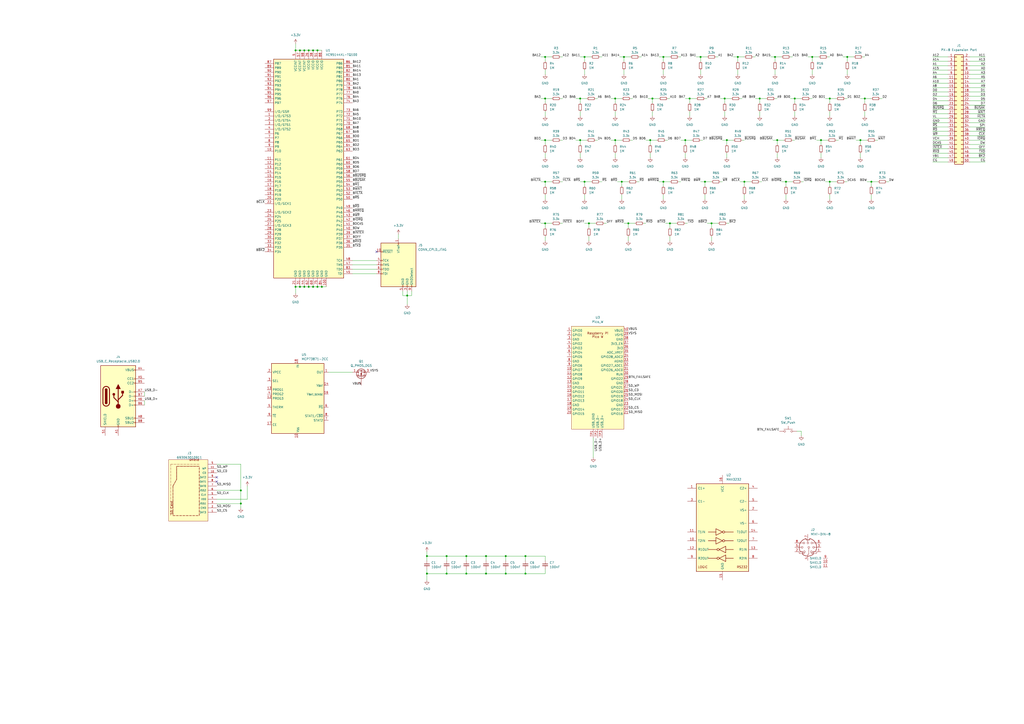
<source format=kicad_sch>
(kicad_sch (version 20230121) (generator eeschema)
  (paper "A2")
  (junction (at 316.23 105.41))
  (junction (at 364.49 129.54))
  (junction (at 406.4 33.02))
  (junction (at 356.87 57.15))
  (junction (at 461.01 57.15))
  (junction (at 176.53 29.21))
  (junction (at 501.65 57.15))
  (junction (at 361.95 33.02))
  (junction (at 181.61 29.21))
  (junction (at 341.63 129.54))
  (junction (at 184.15 29.21))
  (junction (at 176.53 166.37))
  (junction (at 171.45 166.37))
  (junction (at 491.49 33.02))
  (junction (at 481.33 105.41))
  (junction (at 476.25 81.28))
  (junction (at 427.99 33.02))
  (junction (at 440.69 57.15))
  (junction (at 281.94 322.58))
  (junction (at 316.23 33.02))
  (junction (at 139.7 292.1))
  (junction (at 247.65 332.74))
  (junction (at 293.37 322.58))
  (junction (at 139.7 284.48))
  (junction (at 339.09 33.02))
  (junction (at 449.58 33.02))
  (junction (at 421.64 81.28))
  (junction (at 471.17 33.02))
  (junction (at 455.93 105.41))
  (junction (at 505.46 105.41))
  (junction (at 360.68 105.41))
  (junction (at 481.33 57.15))
  (junction (at 420.37 57.15))
  (junction (at 397.51 81.28))
  (junction (at 179.07 166.37))
  (junction (at 179.07 29.21))
  (junction (at 259.08 322.58))
  (junction (at 304.8 322.58))
  (junction (at 384.81 105.41))
  (junction (at 336.55 81.28))
  (junction (at 181.61 166.37))
  (junction (at 400.05 57.15))
  (junction (at 408.94 105.41))
  (junction (at 259.08 332.74))
  (junction (at 377.19 81.28))
  (junction (at 293.37 332.74))
  (junction (at 184.15 166.37))
  (junction (at 388.62 129.54))
  (junction (at 336.55 57.15))
  (junction (at 173.99 166.37))
  (junction (at 281.94 332.74))
  (junction (at 171.45 29.21))
  (junction (at 236.22 171.45))
  (junction (at 173.99 29.21))
  (junction (at 356.87 81.28))
  (junction (at 378.46 57.15))
  (junction (at 316.23 129.54))
  (junction (at 450.85 81.28))
  (junction (at 247.65 322.58))
  (junction (at 384.81 33.02))
  (junction (at 316.23 81.28))
  (junction (at 304.8 332.74))
  (junction (at 412.75 129.54))
  (junction (at 339.09 105.41))
  (junction (at 499.11 81.28))
  (junction (at 316.23 57.15))
  (junction (at 186.69 166.37))
  (junction (at 270.51 322.58))
  (junction (at 270.51 332.74))
  (junction (at 431.8 105.41))
  (no_connect (at 125.73 276.86))
  (no_connect (at 218.44 146.05))
  (no_connect (at 125.73 279.4))
  (wire (pts (xy 316.23 88.9) (xy 316.23 91.44)))
  (wire (pts (xy 204.47 158.75) (xy 218.44 158.75)))
  (wire (pts (xy 505.46 105.41) (xy 505.46 107.95)))
  (wire (pts (xy 501.65 57.15) (xy 501.65 59.69)))
  (wire (pts (xy 347.98 33.02) (xy 349.25 33.02)))
  (wire (pts (xy 481.33 57.15) (xy 485.14 57.15)))
  (wire (pts (xy 341.63 129.54) (xy 341.63 132.08)))
  (wire (pts (xy 354.33 81.28) (xy 356.87 81.28)))
  (wire (pts (xy 541.02 86.36) (xy 549.91 86.36)))
  (wire (pts (xy 541.02 35.56) (xy 549.91 35.56)))
  (wire (pts (xy 173.99 166.37) (xy 176.53 166.37)))
  (wire (pts (xy 427.99 33.02) (xy 431.8 33.02)))
  (wire (pts (xy 408.94 105.41) (xy 408.94 107.95)))
  (wire (pts (xy 339.09 33.02) (xy 342.9 33.02)))
  (wire (pts (xy 139.7 292.1) (xy 139.7 294.64)))
  (wire (pts (xy 316.23 322.58) (xy 316.23 325.12)))
  (wire (pts (xy 412.75 129.54) (xy 412.75 132.08)))
  (wire (pts (xy 247.65 320.04) (xy 247.65 322.58)))
  (wire (pts (xy 270.51 322.58) (xy 270.51 325.12)))
  (wire (pts (xy 378.46 57.15) (xy 378.46 59.69)))
  (wire (pts (xy 408.94 105.41) (xy 412.75 105.41)))
  (wire (pts (xy 388.62 129.54) (xy 388.62 132.08)))
  (wire (pts (xy 562.61 73.66) (xy 571.5 73.66)))
  (wire (pts (xy 356.87 81.28) (xy 360.68 81.28)))
  (wire (pts (xy 259.08 322.58) (xy 270.51 322.58)))
  (wire (pts (xy 345.44 57.15) (xy 346.71 57.15)))
  (wire (pts (xy 184.15 166.37) (xy 186.69 166.37)))
  (wire (pts (xy 181.61 166.37) (xy 184.15 166.37)))
  (wire (pts (xy 325.12 81.28) (xy 326.39 81.28)))
  (wire (pts (xy 397.51 81.28) (xy 397.51 83.82)))
  (wire (pts (xy 476.25 81.28) (xy 480.06 81.28)))
  (wire (pts (xy 500.38 33.02) (xy 501.65 33.02)))
  (wire (pts (xy 541.02 53.34) (xy 549.91 53.34)))
  (wire (pts (xy 481.33 105.41) (xy 481.33 107.95)))
  (wire (pts (xy 469.9 57.15) (xy 471.17 57.15)))
  (wire (pts (xy 541.02 83.82) (xy 549.91 83.82)))
  (wire (pts (xy 341.63 137.16) (xy 341.63 139.7)))
  (wire (pts (xy 496.57 81.28) (xy 499.11 81.28)))
  (wire (pts (xy 143.51 281.94) (xy 143.51 289.56)))
  (wire (pts (xy 384.81 105.41) (xy 388.62 105.41)))
  (wire (pts (xy 364.49 137.16) (xy 364.49 139.7)))
  (wire (pts (xy 514.35 105.41) (xy 515.62 105.41)))
  (wire (pts (xy 339.09 105.41) (xy 339.09 107.95)))
  (wire (pts (xy 485.14 81.28) (xy 486.41 81.28)))
  (wire (pts (xy 415.29 33.02) (xy 416.56 33.02)))
  (wire (pts (xy 125.73 284.48) (xy 139.7 284.48)))
  (wire (pts (xy 316.23 57.15) (xy 320.04 57.15)))
  (wire (pts (xy 481.33 64.77) (xy 481.33 67.31)))
  (wire (pts (xy 406.4 40.64) (xy 406.4 43.18)))
  (wire (pts (xy 360.68 113.03) (xy 360.68 115.57)))
  (wire (pts (xy 562.61 78.74) (xy 571.5 78.74)))
  (wire (pts (xy 377.19 88.9) (xy 377.19 91.44)))
  (wire (pts (xy 436.88 33.02) (xy 438.15 33.02)))
  (wire (pts (xy 412.75 137.16) (xy 412.75 139.7)))
  (wire (pts (xy 384.81 113.03) (xy 384.81 115.57)))
  (wire (pts (xy 397.51 88.9) (xy 397.51 91.44)))
  (wire (pts (xy 419.1 81.28) (xy 421.64 81.28)))
  (wire (pts (xy 388.62 129.54) (xy 392.43 129.54)))
  (wire (pts (xy 354.33 57.15) (xy 356.87 57.15)))
  (wire (pts (xy 293.37 322.58) (xy 304.8 322.58)))
  (wire (pts (xy 259.08 322.58) (xy 259.08 325.12)))
  (wire (pts (xy 541.02 50.8) (xy 549.91 50.8)))
  (wire (pts (xy 400.05 57.15) (xy 403.86 57.15)))
  (wire (pts (xy 356.87 88.9) (xy 356.87 91.44)))
  (wire (pts (xy 293.37 330.2) (xy 293.37 332.74)))
  (wire (pts (xy 481.33 105.41) (xy 485.14 105.41)))
  (wire (pts (xy 562.61 33.02) (xy 571.5 33.02)))
  (wire (pts (xy 336.55 81.28) (xy 336.55 83.82)))
  (wire (pts (xy 236.22 171.45) (xy 236.22 176.53)))
  (wire (pts (xy 541.02 78.74) (xy 549.91 78.74)))
  (wire (pts (xy 461.01 57.15) (xy 464.82 57.15)))
  (wire (pts (xy 171.45 29.21) (xy 173.99 29.21)))
  (wire (pts (xy 336.55 33.02) (xy 339.09 33.02)))
  (wire (pts (xy 236.22 168.91) (xy 236.22 171.45)))
  (wire (pts (xy 562.61 38.1) (xy 571.5 38.1)))
  (wire (pts (xy 176.53 166.37) (xy 179.07 166.37)))
  (wire (pts (xy 481.33 57.15) (xy 481.33 59.69)))
  (wire (pts (xy 429.26 57.15) (xy 430.53 57.15)))
  (wire (pts (xy 336.55 64.77) (xy 336.55 67.31)))
  (wire (pts (xy 562.61 43.18) (xy 571.5 43.18)))
  (wire (pts (xy 259.08 332.74) (xy 270.51 332.74)))
  (wire (pts (xy 491.49 33.02) (xy 495.3 33.02)))
  (wire (pts (xy 427.99 33.02) (xy 427.99 35.56)))
  (wire (pts (xy 562.61 88.9) (xy 571.5 88.9)))
  (wire (pts (xy 125.73 292.1) (xy 139.7 292.1)))
  (wire (pts (xy 304.8 322.58) (xy 304.8 325.12)))
  (wire (pts (xy 562.61 93.98) (xy 571.5 93.98)))
  (wire (pts (xy 420.37 57.15) (xy 420.37 59.69)))
  (wire (pts (xy 450.85 81.28) (xy 454.66 81.28)))
  (wire (pts (xy 403.86 33.02) (xy 406.4 33.02)))
  (wire (pts (xy 455.93 105.41) (xy 459.74 105.41)))
  (wire (pts (xy 453.39 105.41) (xy 455.93 105.41)))
  (wire (pts (xy 541.02 58.42) (xy 549.91 58.42)))
  (wire (pts (xy 440.69 105.41) (xy 441.96 105.41)))
  (wire (pts (xy 476.25 88.9) (xy 476.25 91.44)))
  (wire (pts (xy 499.11 81.28) (xy 502.92 81.28)))
  (wire (pts (xy 313.69 129.54) (xy 316.23 129.54)))
  (wire (pts (xy 304.8 322.58) (xy 316.23 322.58)))
  (wire (pts (xy 406.4 33.02) (xy 410.21 33.02)))
  (wire (pts (xy 247.65 322.58) (xy 259.08 322.58)))
  (wire (pts (xy 562.61 48.26) (xy 571.5 48.26)))
  (wire (pts (xy 365.76 81.28) (xy 367.03 81.28)))
  (wire (pts (xy 464.82 250.19) (xy 464.82 252.73)))
  (wire (pts (xy 541.02 43.18) (xy 549.91 43.18)))
  (wire (pts (xy 365.76 57.15) (xy 367.03 57.15)))
  (wire (pts (xy 431.8 113.03) (xy 431.8 115.57)))
  (wire (pts (xy 440.69 57.15) (xy 444.5 57.15)))
  (wire (pts (xy 313.69 33.02) (xy 316.23 33.02)))
  (wire (pts (xy 316.23 81.28) (xy 316.23 83.82)))
  (wire (pts (xy 541.02 48.26) (xy 549.91 48.26)))
  (wire (pts (xy 449.58 40.64) (xy 449.58 43.18)))
  (wire (pts (xy 358.14 105.41) (xy 360.68 105.41)))
  (wire (pts (xy 316.23 40.64) (xy 316.23 43.18)))
  (wire (pts (xy 478.79 57.15) (xy 481.33 57.15)))
  (wire (pts (xy 186.69 166.37) (xy 189.23 166.37)))
  (wire (pts (xy 378.46 64.77) (xy 378.46 67.31)))
  (wire (pts (xy 450.85 88.9) (xy 450.85 91.44)))
  (wire (pts (xy 388.62 137.16) (xy 388.62 139.7)))
  (wire (pts (xy 386.08 81.28) (xy 387.35 81.28)))
  (wire (pts (xy 491.49 40.64) (xy 491.49 43.18)))
  (wire (pts (xy 449.58 33.02) (xy 453.39 33.02)))
  (wire (pts (xy 490.22 105.41) (xy 491.49 105.41)))
  (wire (pts (xy 431.8 105.41) (xy 431.8 107.95)))
  (wire (pts (xy 236.22 171.45) (xy 238.76 171.45)))
  (wire (pts (xy 562.61 66.04) (xy 571.5 66.04)))
  (wire (pts (xy 562.61 86.36) (xy 571.5 86.36)))
  (wire (pts (xy 139.7 284.48) (xy 139.7 292.1)))
  (wire (pts (xy 562.61 55.88) (xy 571.5 55.88)))
  (wire (pts (xy 562.61 91.44) (xy 571.5 91.44)))
  (wire (pts (xy 83.82 232.41) (xy 83.82 234.95)))
  (wire (pts (xy 400.05 64.77) (xy 400.05 67.31)))
  (wire (pts (xy 316.23 64.77) (xy 316.23 67.31)))
  (wire (pts (xy 316.23 113.03) (xy 316.23 115.57)))
  (wire (pts (xy 370.84 33.02) (xy 372.11 33.02)))
  (wire (pts (xy 397.51 57.15) (xy 400.05 57.15)))
  (wire (pts (xy 233.68 171.45) (xy 236.22 171.45)))
  (wire (pts (xy 316.23 105.41) (xy 316.23 107.95)))
  (wire (pts (xy 468.63 33.02) (xy 471.17 33.02)))
  (wire (pts (xy 450.85 81.28) (xy 450.85 83.82)))
  (wire (pts (xy 417.83 57.15) (xy 420.37 57.15)))
  (wire (pts (xy 430.53 81.28) (xy 431.8 81.28)))
  (wire (pts (xy 384.81 33.02) (xy 384.81 35.56)))
  (wire (pts (xy 356.87 64.77) (xy 356.87 67.31)))
  (wire (pts (xy 499.11 57.15) (xy 501.65 57.15)))
  (wire (pts (xy 420.37 57.15) (xy 424.18 57.15)))
  (wire (pts (xy 562.61 50.8) (xy 571.5 50.8)))
  (wire (pts (xy 270.51 332.74) (xy 281.94 332.74)))
  (wire (pts (xy 364.49 129.54) (xy 368.3 129.54)))
  (wire (pts (xy 490.22 57.15) (xy 491.49 57.15)))
  (wire (pts (xy 181.61 29.21) (xy 184.15 29.21)))
  (wire (pts (xy 325.12 105.41) (xy 326.39 105.41)))
  (wire (pts (xy 281.94 322.58) (xy 281.94 325.12)))
  (wire (pts (xy 334.01 81.28) (xy 336.55 81.28)))
  (wire (pts (xy 293.37 332.74) (xy 304.8 332.74)))
  (wire (pts (xy 461.01 64.77) (xy 461.01 67.31)))
  (wire (pts (xy 325.12 33.02) (xy 326.39 33.02)))
  (wire (pts (xy 316.23 81.28) (xy 320.04 81.28)))
  (wire (pts (xy 440.69 64.77) (xy 440.69 67.31)))
  (wire (pts (xy 464.82 105.41) (xy 466.09 105.41)))
  (wire (pts (xy 541.02 55.88) (xy 549.91 55.88)))
  (wire (pts (xy 541.02 45.72) (xy 549.91 45.72)))
  (wire (pts (xy 378.46 57.15) (xy 382.27 57.15)))
  (wire (pts (xy 171.45 166.37) (xy 173.99 166.37)))
  (wire (pts (xy 541.02 81.28) (xy 549.91 81.28)))
  (wire (pts (xy 171.45 25.4) (xy 171.45 29.21)))
  (wire (pts (xy 360.68 105.41) (xy 360.68 107.95)))
  (wire (pts (xy 449.58 57.15) (xy 450.85 57.15)))
  (wire (pts (xy 421.64 81.28) (xy 425.45 81.28)))
  (wire (pts (xy 259.08 330.2) (xy 259.08 332.74)))
  (wire (pts (xy 316.23 129.54) (xy 320.04 129.54)))
  (wire (pts (xy 412.75 129.54) (xy 416.56 129.54)))
  (wire (pts (xy 361.95 33.02) (xy 361.95 35.56)))
  (wire (pts (xy 339.09 105.41) (xy 342.9 105.41)))
  (wire (pts (xy 247.65 322.58) (xy 247.65 325.12)))
  (wire (pts (xy 325.12 57.15) (xy 326.39 57.15)))
  (wire (pts (xy 541.02 76.2) (xy 549.91 76.2)))
  (wire (pts (xy 238.76 168.91) (xy 238.76 171.45)))
  (wire (pts (xy 336.55 81.28) (xy 340.36 81.28)))
  (wire (pts (xy 397.51 81.28) (xy 401.32 81.28)))
  (wire (pts (xy 562.61 83.82) (xy 571.5 83.82)))
  (wire (pts (xy 339.09 33.02) (xy 339.09 35.56)))
  (wire (pts (xy 336.55 88.9) (xy 336.55 91.44)))
  (wire (pts (xy 541.02 66.04) (xy 549.91 66.04)))
  (wire (pts (xy 429.26 105.41) (xy 431.8 105.41)))
  (wire (pts (xy 361.95 40.64) (xy 361.95 43.18)))
  (wire (pts (xy 562.61 68.58) (xy 571.5 68.58)))
  (wire (pts (xy 281.94 332.74) (xy 293.37 332.74)))
  (wire (pts (xy 384.81 33.02) (xy 388.62 33.02)))
  (wire (pts (xy 179.07 29.21) (xy 181.61 29.21)))
  (wire (pts (xy 562.61 53.34) (xy 571.5 53.34)))
  (wire (pts (xy 476.25 81.28) (xy 476.25 83.82)))
  (wire (pts (xy 316.23 57.15) (xy 316.23 59.69)))
  (wire (pts (xy 204.47 151.13) (xy 218.44 151.13)))
  (wire (pts (xy 502.92 105.41) (xy 505.46 105.41)))
  (wire (pts (xy 393.7 105.41) (xy 394.97 105.41)))
  (wire (pts (xy 473.71 81.28) (xy 476.25 81.28)))
  (wire (pts (xy 204.47 156.21) (xy 218.44 156.21)))
  (wire (pts (xy 562.61 35.56) (xy 571.5 35.56)))
  (wire (pts (xy 393.7 33.02) (xy 394.97 33.02)))
  (wire (pts (xy 562.61 60.96) (xy 571.5 60.96)))
  (wire (pts (xy 505.46 105.41) (xy 509.27 105.41)))
  (wire (pts (xy 361.95 129.54) (xy 364.49 129.54)))
  (wire (pts (xy 356.87 81.28) (xy 356.87 83.82)))
  (wire (pts (xy 410.21 129.54) (xy 412.75 129.54)))
  (wire (pts (xy 501.65 64.77) (xy 501.65 67.31)))
  (wire (pts (xy 420.37 64.77) (xy 420.37 67.31)))
  (wire (pts (xy 356.87 57.15) (xy 356.87 59.69)))
  (wire (pts (xy 304.8 330.2) (xy 304.8 332.74)))
  (wire (pts (xy 455.93 105.41) (xy 455.93 107.95)))
  (wire (pts (xy 316.23 33.02) (xy 320.04 33.02)))
  (wire (pts (xy 562.61 71.12) (xy 571.5 71.12)))
  (wire (pts (xy 427.99 40.64) (xy 427.99 43.18)))
  (wire (pts (xy 425.45 33.02) (xy 427.99 33.02)))
  (wire (pts (xy 375.92 57.15) (xy 378.46 57.15)))
  (wire (pts (xy 339.09 113.03) (xy 339.09 115.57)))
  (wire (pts (xy 541.02 68.58) (xy 549.91 68.58)))
  (wire (pts (xy 408.94 57.15) (xy 410.21 57.15)))
  (wire (pts (xy 347.98 105.41) (xy 349.25 105.41)))
  (wire (pts (xy 247.65 330.2) (xy 247.65 332.74)))
  (wire (pts (xy 421.64 129.54) (xy 422.91 129.54)))
  (wire (pts (xy 448.31 81.28) (xy 450.85 81.28)))
  (wire (pts (xy 339.09 129.54) (xy 341.63 129.54)))
  (wire (pts (xy 449.58 33.02) (xy 449.58 35.56)))
  (wire (pts (xy 438.15 57.15) (xy 440.69 57.15)))
  (wire (pts (xy 316.23 33.02) (xy 316.23 35.56)))
  (wire (pts (xy 408.94 113.03) (xy 408.94 115.57)))
  (wire (pts (xy 458.47 33.02) (xy 459.74 33.02)))
  (wire (pts (xy 313.69 81.28) (xy 316.23 81.28)))
  (wire (pts (xy 270.51 330.2) (xy 270.51 332.74)))
  (wire (pts (xy 541.02 38.1) (xy 549.91 38.1)))
  (wire (pts (xy 562.61 63.5) (xy 571.5 63.5)))
  (wire (pts (xy 304.8 332.74) (xy 316.23 332.74)))
  (wire (pts (xy 336.55 57.15) (xy 340.36 57.15)))
  (wire (pts (xy 421.64 81.28) (xy 421.64 83.82)))
  (wire (pts (xy 562.61 45.72) (xy 571.5 45.72)))
  (wire (pts (xy 384.81 40.64) (xy 384.81 43.18)))
  (wire (pts (xy 184.15 29.21) (xy 186.69 29.21)))
  (wire (pts (xy 488.95 33.02) (xy 491.49 33.02)))
  (wire (pts (xy 562.61 81.28) (xy 571.5 81.28)))
  (wire (pts (xy 171.45 166.37) (xy 171.45 170.18)))
  (wire (pts (xy 373.38 129.54) (xy 374.65 129.54)))
  (wire (pts (xy 541.02 40.64) (xy 549.91 40.64)))
  (wire (pts (xy 325.12 129.54) (xy 326.39 129.54)))
  (wire (pts (xy 397.51 129.54) (xy 398.78 129.54)))
  (wire (pts (xy 344.17 254) (xy 344.17 265.43)))
  (wire (pts (xy 499.11 81.28) (xy 499.11 83.82)))
  (wire (pts (xy 281.94 322.58) (xy 293.37 322.58)))
  (wire (pts (xy 541.02 33.02) (xy 549.91 33.02)))
  (wire (pts (xy 125.73 269.24) (xy 139.7 269.24)))
  (wire (pts (xy 541.02 63.5) (xy 549.91 63.5)))
  (wire (pts (xy 541.02 91.44) (xy 549.91 91.44)))
  (wire (pts (xy 313.69 57.15) (xy 316.23 57.15)))
  (wire (pts (xy 562.61 40.64) (xy 571.5 40.64)))
  (wire (pts (xy 501.65 57.15) (xy 505.46 57.15)))
  (wire (pts (xy 481.33 113.03) (xy 481.33 115.57)))
  (wire (pts (xy 176.53 29.21) (xy 179.07 29.21)))
  (wire (pts (xy 541.02 71.12) (xy 549.91 71.12)))
  (wire (pts (xy 336.55 57.15) (xy 336.55 59.69)))
  (wire (pts (xy 313.69 105.41) (xy 316.23 105.41)))
  (wire (pts (xy 471.17 40.64) (xy 471.17 43.18)))
  (wire (pts (xy 505.46 113.03) (xy 505.46 115.57)))
  (wire (pts (xy 361.95 33.02) (xy 365.76 33.02)))
  (wire (pts (xy 369.57 105.41) (xy 370.84 105.41)))
  (wire (pts (xy 316.23 129.54) (xy 316.23 132.08)))
  (wire (pts (xy 394.97 81.28) (xy 397.51 81.28)))
  (wire (pts (xy 316.23 105.41) (xy 320.04 105.41)))
  (wire (pts (xy 231.14 135.89) (xy 231.14 138.43)))
  (wire (pts (xy 179.07 166.37) (xy 181.61 166.37)))
  (wire (pts (xy 562.61 58.42) (xy 571.5 58.42)))
  (wire (pts (xy 431.8 105.41) (xy 435.61 105.41)))
  (wire (pts (xy 339.09 40.64) (xy 339.09 43.18)))
  (wire (pts (xy 233.68 168.91) (xy 233.68 171.45)))
  (wire (pts (xy 374.65 81.28) (xy 377.19 81.28)))
  (wire (pts (xy 541.02 88.9) (xy 549.91 88.9)))
  (wire (pts (xy 270.51 322.58) (xy 281.94 322.58)))
  (wire (pts (xy 406.4 105.41) (xy 408.94 105.41)))
  (wire (pts (xy 406.4 33.02) (xy 406.4 35.56)))
  (wire (pts (xy 125.73 289.56) (xy 143.51 289.56)))
  (wire (pts (xy 173.99 29.21) (xy 176.53 29.21)))
  (wire (pts (xy 345.44 81.28) (xy 346.71 81.28)))
  (wire (pts (xy 421.64 88.9) (xy 421.64 91.44)))
  (wire (pts (xy 491.49 33.02) (xy 491.49 35.56)))
  (wire (pts (xy 440.69 57.15) (xy 440.69 59.69)))
  (wire (pts (xy 471.17 33.02) (xy 474.98 33.02)))
  (wire (pts (xy 478.79 105.41) (xy 481.33 105.41)))
  (wire (pts (xy 541.02 93.98) (xy 549.91 93.98)))
  (wire (pts (xy 387.35 57.15) (xy 388.62 57.15)))
  (wire (pts (xy 508 81.28) (xy 509.27 81.28)))
  (wire (pts (xy 459.74 81.28) (xy 461.01 81.28)))
  (wire (pts (xy 204.47 153.67) (xy 218.44 153.67)))
  (wire (pts (xy 458.47 57.15) (xy 461.01 57.15)))
  (wire (pts (xy 316.23 330.2) (xy 316.23 332.74)))
  (wire (pts (xy 377.19 81.28) (xy 377.19 83.82)))
  (wire (pts (xy 364.49 129.54) (xy 364.49 132.08)))
  (wire (pts (xy 510.54 57.15) (xy 511.81 57.15)))
  (wire (pts (xy 382.27 105.41) (xy 384.81 105.41)))
  (wire (pts (xy 462.28 250.19) (xy 464.82 250.19)))
  (wire (pts (xy 541.02 60.96) (xy 549.91 60.96)))
  (wire (pts (xy 190.5 215.9) (xy 204.47 215.9)))
  (wire (pts (xy 461.01 57.15) (xy 461.01 59.69)))
  (wire (pts (xy 316.23 137.16) (xy 316.23 139.7)))
  (wire (pts (xy 350.52 129.54) (xy 351.79 129.54)))
  (wire (pts (xy 247.65 332.74) (xy 247.65 336.55)))
  (wire (pts (xy 334.01 57.15) (xy 336.55 57.15)))
  (wire (pts (xy 447.04 33.02) (xy 449.58 33.02)))
  (wire (pts (xy 83.82 227.33) (xy 83.82 229.87)))
  (wire (pts (xy 386.08 129.54) (xy 388.62 129.54)))
  (wire (pts (xy 341.63 129.54) (xy 345.44 129.54)))
  (wire (pts (xy 360.68 105.41) (xy 364.49 105.41)))
  (wire (pts (xy 541.02 73.66) (xy 549.91 73.66)))
  (wire (pts (xy 382.27 33.02) (xy 384.81 33.02)))
  (wire (pts (xy 336.55 105.41) (xy 339.09 105.41)))
  (wire (pts (xy 281.94 330.2) (xy 281.94 332.74)))
  (wire (pts (xy 455.93 113.03) (xy 455.93 115.57)))
  (wire (pts (xy 359.41 33.02) (xy 361.95 33.02)))
  (wire (pts (xy 562.61 76.2) (xy 571.5 76.2)))
  (wire (pts (xy 247.65 332.74) (xy 259.08 332.74)))
  (wire (pts (xy 406.4 81.28) (xy 407.67 81.28)))
  (wire (pts (xy 377.19 81.28) (xy 381 81.28)))
  (wire (pts (xy 356.87 57.15) (xy 360.68 57.15)))
  (wire (pts (xy 499.11 88.9) (xy 499.11 91.44)))
  (wire (pts (xy 400.05 57.15) (xy 400.05 59.69)))
  (wire (pts (xy 471.17 33.02) (xy 471.17 35.56)))
  (wire (pts (xy 293.37 322.58) (xy 293.37 325.12)))
  (wire (pts (xy 417.83 105.41) (xy 419.1 105.41)))
  (wire (pts (xy 480.06 33.02) (xy 481.33 33.02)))
  (wire (pts (xy 384.81 105.41) (xy 384.81 107.95)))
  (wire (pts (xy 139.7 269.24) (xy 139.7 284.48)))
  (label "SD_MISO" (at 125.73 281.94 0))
  (label "BA12" (at 204.47 36.83 0))
  (label "~{WR}" (at 419.1 105.41 0))
  (label "BD1" (at 204.47 82.55 0))
  (label "A13" (at 394.97 33.02 0))
  (label "B~{INTEX}" (at 204.47 135.89 0))
  (label "B~{RXD}" (at 204.47 140.97 0))
  (label "BA9" (at 204.47 77.47 0))
  (label "BD6" (at 374.65 81.28 180))
  (label "A3" (at 326.39 57.15 0))
  (label "BD2" (at 204.47 85.09 0))
  (label "~{RS}" (at 349.25 105.41 0))
  (label "D2" (at 541.02 55.88 0))
  (label "DCAS" (at 541.02 83.82 0))
  (label "GND" (at 571.5 71.12 180))
  (label "~{TXD}" (at 398.78 129.54 0))
  (label "SD_CD" (at 125.73 274.32 0))
  (label "USB_D-" (at 346.71 254 270))
  (label "B~{CLK}" (at 153.67 118.11 180))
  (label "SD_CLK" (at 364.49 232.41 0))
  (label "BA14" (at 359.41 33.02 180))
  (label "BD4" (at 204.47 92.71 0))
  (label "A9" (at 450.85 57.15 0))
  (label "BA5" (at 354.33 57.15 180))
  (label "~{RD}" (at 370.84 105.41 0))
  (label "BD0" (at 204.47 80.01 0))
  (label "D4" (at 541.02 58.42 0))
  (label "~{BK2}" (at 422.91 129.54 0))
  (label "BD5" (at 354.33 81.28 180))
  (label "SPI" (at 571.5 73.66 180))
  (label "A10" (at 388.62 57.15 0))
  (label "SD_CS" (at 125.73 297.18 0))
  (label "~{TXD}" (at 571.5 88.9 180))
  (label "~{M1}" (at 486.41 81.28 0))
  (label "~{HLTA}" (at 571.5 68.58 180))
  (label "A10" (at 541.02 48.26 0))
  (label "A0" (at 571.5 40.64 180))
  (label "BD0" (at 458.47 57.15 180))
  (label "A2" (at 438.15 33.02 0))
  (label "B~{BUSAK}" (at 204.47 105.41 0))
  (label "D6" (at 541.02 60.96 0))
  (label "~{WAIT}" (at 509.27 81.28 0))
  (label "D0" (at 541.02 53.34 0))
  (label "A2" (at 571.5 38.1 180))
  (label "BA15" (at 447.04 33.02 180))
  (label "BA14" (at 204.47 41.91 0))
  (label "BA11" (at 336.55 33.02 180))
  (label "~{BUSRQ}" (at 541.02 63.5 0))
  (label "~{IORQ}" (at 571.5 81.28 180))
  (label "VCH" (at 541.02 81.28 0))
  (label "B~{INTEX}" (at 313.69 129.54 180))
  (label "BD6" (at 204.47 97.79 0))
  (label "BDW" (at 204.47 133.35 0))
  (label "B~{BK2}" (at 410.21 129.54 180))
  (label "~{HLTA}" (at 326.39 105.41 0))
  (label "BA7" (at 397.51 57.15 180))
  (label "BA15" (at 204.47 52.07 0))
  (label "BD2" (at 499.11 57.15 180))
  (label "~{BUSRQ}" (at 431.8 81.28 0))
  (label "A11" (at 571.5 33.02 180))
  (label "B~{WR}" (at 406.4 105.41 180))
  (label "SD_MOSI" (at 125.73 294.64 0))
  (label "OFF" (at 351.79 129.54 0))
  (label "VSYS" (at 214.63 215.9 0))
  (label "B~{IORQ}" (at 204.47 128.27 0))
  (label "B~{M1}" (at 473.71 81.28 180))
  (label "B~{RD}" (at 358.14 105.41 180))
  (label "BD7" (at 394.97 81.28 180))
  (label "BA4" (at 204.47 57.15 0))
  (label "B~{HLTA}" (at 313.69 105.41 180))
  (label "~{BUSAK}" (at 571.5 63.5 180))
  (label "BA13" (at 382.27 33.02 180))
  (label "A6" (at 346.71 57.15 0))
  (label "CG" (at 571.5 93.98 180))
  (label "~{WAIT}" (at 571.5 66.04 180))
  (label "BA5" (at 204.47 67.31 0))
  (label "BA6" (at 204.47 64.77 0))
  (label "VB1" (at 541.02 91.44 0))
  (label "~{M1}" (at 541.02 66.04 0))
  (label "D1" (at 571.5 53.34 180))
  (label "~{RD}" (at 541.02 76.2 0))
  (label "BDCAS" (at 204.47 130.81 0))
  (label "BA6" (at 334.01 57.15 180))
  (label "SD_CLK" (at 125.73 287.02 0))
  (label "VBUS" (at 209.55 223.52 180))
  (label "~{IORQ}" (at 466.09 105.41 0))
  (label "BA13" (at 204.47 44.45 0))
  (label "A13" (at 571.5 35.56 180))
  (label "B~{M1}" (at 204.47 107.95 0))
  (label "BA0" (at 204.47 54.61 0))
  (label "BA4" (at 488.95 33.02 180))
  (label "A6" (at 541.02 45.72 0))
  (label "B~{RD}" (at 204.47 120.65 0))
  (label "A14" (at 372.11 33.02 0))
  (label "A7" (at 410.21 57.15 0))
  (label "A1" (at 416.56 33.02 0))
  (label "VBUS" (at 364.49 191.77 0))
  (label "A12" (at 326.39 33.02 0))
  (label "D3" (at 571.5 55.88 180))
  (label "~{BUSAK}" (at 461.01 81.28 0))
  (label "B~{CLK}" (at 429.26 105.41 180))
  (label "~{CLK}" (at 571.5 78.74 180))
  (label "BD4" (at 334.01 81.28 180))
  (label "~{INTEX}" (at 326.39 129.54 0))
  (label "GND" (at 541.02 71.12 0))
  (label "B~{BK2}" (at 153.67 146.05 180))
  (label "BD7" (at 204.47 100.33 0))
  (label "A1" (at 541.02 38.1 0))
  (label "BA9" (at 438.15 57.15 180))
  (label "D5" (at 367.03 81.28 0))
  (label "BDW" (at 502.92 105.41 180))
  (label "BA12" (at 313.69 33.02 180))
  (label "~{CLK}" (at 441.96 105.41 0))
  (label "D1" (at 491.49 57.15 0))
  (label "B~{RS}" (at 204.47 115.57 0))
  (label "A5" (at 367.03 57.15 0))
  (label "DW" (at 571.5 83.82 180))
  (label "~{INTEX}" (at 541.02 86.36 0))
  (label "BD3" (at 313.69 81.28 180))
  (label "BA8" (at 417.83 57.15 180))
  (label "~{RXD}" (at 374.65 129.54 0))
  (label "BA2" (at 425.45 33.02 180))
  (label "D6" (at 387.35 81.28 0))
  (label "B~{WR}" (at 204.47 125.73 0))
  (label "BD1" (at 478.79 57.15 180))
  (label "B~{MREQ}" (at 382.27 105.41 180))
  (label "USB_D+" (at 83.82 232.41 0))
  (label "BOFF" (at 339.09 129.54 180))
  (label "B~{MREQ}" (at 204.47 123.19 0))
  (label "B~{BUSAK}" (at 448.31 81.28 180))
  (label "A4" (at 501.65 33.02 0))
  (label "BA3" (at 204.47 59.69 0))
  (label "SD_WP" (at 364.49 224.79 0))
  (label "DCAS" (at 491.49 105.41 0))
  (label "USB_D+" (at 349.25 254 270))
  (label "D7" (at 407.67 81.28 0))
  (label "B~{TXD}" (at 204.47 143.51 0))
  (label "D2" (at 511.81 57.15 0))
  (label "BOFF" (at 204.47 138.43 0))
  (label "BA1" (at 403.86 33.02 180))
  (label "D5" (at 571.5 58.42 180))
  (label "BA0" (at 468.63 33.02 180))
  (label "BA7" (at 204.47 72.39 0))
  (label "SD_WP" (at 125.73 271.78 0))
  (label "VL" (at 541.02 68.58 0))
  (label "A11" (at 349.25 33.02 0))
  (label "SD_CD" (at 364.49 227.33 0))
  (label "~{RS}" (at 541.02 73.66 0))
  (label "~{WR}" (at 541.02 78.74 0))
  (label "BTN_FAILSAFE" (at 452.12 250.19 180))
  (label "~{MREQ}" (at 394.97 105.41 0))
  (label "~{BK2}" (at 571.5 91.44 180))
  (label "BA10" (at 204.47 69.85 0))
  (label "D4" (at 346.71 81.28 0))
  (label "B~{RXD}" (at 361.95 129.54 180))
  (label "BA2" (at 204.47 49.53 0))
  (label "B~{BUSRQ}" (at 204.47 102.87 0))
  (label "B~{BUSRQ}" (at 419.1 81.28 180))
  (label "B~{RS}" (at 336.55 105.41 180))
  (label "BD5" (at 204.47 95.25 0))
  (label "BTN_FAILSAFE" (at 364.49 219.71 0))
  (label "BA8" (at 204.47 74.93 0))
  (label "A0" (at 481.33 33.02 0))
  (label "B~{HLTA}" (at 204.47 113.03 0))
  (label "DW" (at 515.62 105.41 0))
  (label "BD3" (at 204.47 87.63 0))
  (label "B~{IORQ}" (at 453.39 105.41 180))
  (label "BA11" (at 204.47 39.37 0))
  (label "B~{TXD}" (at 386.08 129.54 180))
  (label "D0" (at 471.17 57.15 0))
  (label "BA3" (at 313.69 57.15 180))
  (label "BDCAS" (at 478.79 105.41 180))
  (label "B~{WAIT}" (at 204.47 110.49 0))
  (label "BA10" (at 375.92 57.15 180))
  (label "A5" (at 571.5 45.72 180))
  (label "A8" (at 430.53 57.15 0))
  (label "B~{WAIT}" (at 496.57 81.28 180))
  (label "OFF" (at 571.5 86.36 180))
  (label "USB_D-" (at 83.82 227.33 0))
  (label "~{MREQ}" (at 571.5 76.2 180))
  (label "A4" (at 541.02 43.18 0))
  (label "A15" (at 459.74 33.02 0))
  (label "BA1" (at 204.47 46.99 0))
  (label "A12" (at 541.02 33.02 0))
  (label "SD_MISO" (at 364.49 240.03 0))
  (label "A7" (at 571.5 48.26 180))
  (label "A14" (at 541.02 35.56 0))
  (label "SD_MOSI" (at 364.49 229.87 0))
  (label "A3" (at 571.5 43.18 180))
  (label "SD_CS" (at 364.49 237.49 0))
  (label "A8" (at 541.02 50.8 0))
  (label "D3" (at 326.39 81.28 0))
  (label "A9" (at 571.5 50.8 180))
  (label "CG" (at 541.02 93.98 0))
  (label "~{RXD}" (at 541.02 88.9 0))
  (label "A15" (at 541.02 40.64 0))
  (label "D7" (at 571.5 60.96 180))
  (label "VSYS" (at 364.49 194.31 0))
  (symbol (lib_id "Device:R_Small") (at 363.22 57.15 90) (unit 1)
    (property "Reference" "R23" (at 363.22 52.07 90))
    (property "Value" "3.3k" (at 363.22 54.61 90))
    (property "Footprint" "Resistor_SMD:R_0603_1608Metric_Pad0.98x0.95mm_HandSolder" (effects hide))
  )
  (symbol (lib_id "power:GND") (at 440.69 67.31 0) (unit 1)
    (property "Reference" "#PWR016" (effects hide))
    (property "Value" "GND" (at 440.69 72.39 0))
  )
  (symbol (lib_id "Device:R_Small") (at 384.81 110.49 0) (unit 1)
    (property "Reference" "R64" (at 387.35 109.22 0) (effects (justify left)))
    (property "Value" "1M" (at 387.35 111.76 0) (effects (justify left)))
    (property "Footprint" "Resistor_SMD:R_0603_1608Metric_Pad0.98x0.95mm_HandSolder" (effects hide))
  )
  (symbol (lib_id "power:GND") (at 247.65 336.55 0) (unit 1)
    (property "Reference" "#PWR043" (effects hide))
    (property "Value" "GND" (at 247.65 341.63 0))
  )
  (symbol (lib_id "Device:C_Small") (at 304.8 327.66 0) (unit 1)
    (property "Reference" "C6" (at 307.34 326.3963 0) (effects (justify left)))
    (property "Value" "100nF" (at 307.34 328.9363 0) (effects (justify left)))
    (property "Footprint" "Capacitor_SMD:C_0201_0603Metric_Pad0.64x0.40mm_HandSolder" (effects hide))
  )
  (symbol (lib_id "Device:R_Small") (at 420.37 62.23 0) (unit 1)
    (property "Reference" "R30" (at 422.91 60.96 0) (effects (justify left)))
    (property "Value" "1M" (at 422.91 63.5 0) (effects (justify left)))
    (property "Footprint" "Resistor_SMD:R_0603_1608Metric_Pad0.98x0.95mm_HandSolder" (effects hide))
  )
  (symbol (lib_id "power:GND") (at 464.82 252.73 0) (unit 1)
    (property "Reference" "#PWR052" (effects hide))
    (property "Value" "GND" (at 464.82 257.81 0))
  )
  (symbol (lib_id "Device:R_Small") (at 434.34 33.02 90) (unit 1)
    (property "Reference" "R11" (at 434.34 27.94 90))
    (property "Value" "3.3k" (at 434.34 30.48 90))
    (property "Footprint" "Resistor_SMD:R_0603_1608Metric_Pad0.98x0.95mm_HandSolder" (effects hide))
  )
  (symbol (lib_id "power:GND") (at 449.58 43.18 0) (unit 1)
    (property "Reference" "#PWR07" (effects hide))
    (property "Value" "GND" (at 449.58 48.26 0))
  )
  (symbol (lib_id "Device:R_Small") (at 336.55 62.23 0) (unit 1)
    (property "Reference" "R22" (at 339.09 60.96 0) (effects (justify left)))
    (property "Value" "1M" (at 339.09 63.5 0) (effects (justify left)))
    (property "Footprint" "Resistor_SMD:R_0603_1608Metric_Pad0.98x0.95mm_HandSolder" (effects hide))
  )
  (symbol (lib_id "power:GND") (at 501.65 67.31 0) (unit 1)
    (property "Reference" "#PWR019" (effects hide))
    (property "Value" "GND" (at 501.65 72.39 0))
  )
  (symbol (lib_id "Device:C_Small") (at 247.65 327.66 0) (unit 1)
    (property "Reference" "C1" (at 250.19 326.3963 0) (effects (justify left)))
    (property "Value" "100nF" (at 250.19 328.9363 0) (effects (justify left)))
    (property "Footprint" "Capacitor_SMD:C_0201_0603Metric_Pad0.64x0.40mm_HandSolder" (effects hide))
  )
  (symbol (lib_id "Device:R_Small") (at 427.99 81.28 90) (unit 1)
    (property "Reference" "R49" (at 427.99 76.2 90))
    (property "Value" "3.3k" (at 427.99 78.74 90))
    (property "Footprint" "Resistor_SMD:R_0603_1608Metric_Pad0.98x0.95mm_HandSolder" (effects hide))
  )
  (symbol (lib_id "Connector:Mini-DIN-8") (at 468.63 317.5 0) (unit 1)
    (property "Reference" "J2" (at 470.2811 307.34 0) (effects (justify left)))
    (property "Value" "Mini-DIN-8" (at 470.2811 309.88 0) (effects (justify left)))
    (property "Footprint" "Connector_DIN:minidin-8" (effects hide))
    (property "Datasheet" "http://service.powerdynamics.com/ec/Catalog17/Section%2011.pdf" (effects hide))
  )
  (symbol (lib_id "power:GND") (at 139.7 294.64 0) (unit 1)
    (property "Reference" "#PWR048" (effects hide))
    (property "Value" "GND" (at 139.7 299.72 0))
  )
  (symbol (lib_id "Device:R_Small") (at 368.3 33.02 90) (unit 1)
    (property "Reference" "R5" (at 368.3 27.94 90))
    (property "Value" "3.3k" (at 368.3 30.48 90))
    (property "Footprint" "Resistor_SMD:R_0603_1608Metric_Pad0.98x0.95mm_HandSolder" (effects hide))
  )
  (symbol (lib_id "power:GND") (at 384.81 115.57 0) (unit 1)
    (property "Reference" "#PWR032" (effects hide))
    (property "Value" "GND" (at 384.81 120.65 0))
  )
  (symbol (lib_id "power:GND") (at 408.94 115.57 0) (unit 1)
    (property "Reference" "#PWR033" (effects hide))
    (property "Value" "GND" (at 408.94 120.65 0))
  )
  (symbol (lib_id "power:GND") (at 316.23 115.57 0) (unit 1)
    (property "Reference" "#PWR029" (effects hide))
    (property "Value" "GND" (at 316.23 120.65 0))
  )
  (symbol (lib_id "Device:R_Small") (at 364.49 134.62 0) (unit 1)
    (property "Reference" "R80" (at 367.03 133.35 0) (effects (justify left)))
    (property "Value" "1M" (at 367.03 135.89 0) (effects (justify left)))
    (property "Footprint" "Resistor_SMD:R_0603_1608Metric_Pad0.98x0.95mm_HandSolder" (effects hide))
  )
  (symbol (lib_id "Device:R_Small") (at 508 57.15 90) (unit 1)
    (property "Reference" "R37" (at 508 52.07 90))
    (property "Value" "3.3k" (at 508 54.61 90))
    (property "Footprint" "Resistor_SMD:R_0603_1608Metric_Pad0.98x0.95mm_HandSolder" (effects hide))
  )
  (symbol (lib_id "power:GND") (at 388.62 139.7 0) (unit 1)
    (property "Reference" "#PWR041" (effects hide))
    (property "Value" "GND" (at 388.62 144.78 0))
  )
  (symbol (lib_id "Device:R_Small") (at 394.97 129.54 90) (unit 1)
    (property "Reference" "R81" (at 394.97 124.46 90))
    (property "Value" "3.3k" (at 394.97 127 90))
    (property "Footprint" "Resistor_SMD:R_0603_1608Metric_Pad0.98x0.95mm_HandSolder" (effects hide))
  )
  (symbol (lib_id "Switch:SW_Push") (at 457.2 250.19 0) (unit 1)
    (property "Reference" "SW1" (at 457.2 242.57 0))
    (property "Value" "SW_Push" (at 457.2 245.11 0))
    (property "Footprint" "Button_Switch_THT:SW_Tactile_SPST_Angled_PTS645Vx39-2LFS" (effects hide))
  )
  (symbol (lib_id "Device:C_Small") (at 293.37 327.66 0) (unit 1)
    (property "Reference" "C5" (at 295.91 326.3963 0) (effects (justify left)))
    (property "Value" "100nF" (at 295.91 328.9363 0) (effects (justify left)))
    (property "Footprint" "Capacitor_SMD:C_0201_0603Metric_Pad0.64x0.40mm_HandSolder" (effects hide))
  )
  (symbol (lib_id "Device:R_Small") (at 505.46 81.28 90) (unit 1)
    (property "Reference" "R55" (at 505.46 76.2 90))
    (property "Value" "3.3k" (at 505.46 78.74 90))
    (property "Footprint" "Resistor_SMD:R_0603_1608Metric_Pad0.98x0.95mm_HandSolder" (effects hide))
  )
  (symbol (lib_id "power:GND") (at 397.51 91.44 0) (unit 1)
    (property "Reference" "#PWR024" (effects hide))
    (property "Value" "GND" (at 397.51 96.52 0))
  )
  (symbol (lib_id "Device:R_Small") (at 342.9 81.28 90) (unit 1)
    (property "Reference" "R41" (at 342.9 76.2 90))
    (property "Value" "3.3k" (at 342.9 78.74 90))
    (property "Footprint" "Resistor_SMD:R_0603_1608Metric_Pad0.98x0.95mm_HandSolder" (effects hide))
  )
  (symbol (lib_id "power:GND") (at 356.87 91.44 0) (unit 1)
    (property "Reference" "#PWR022" (effects hide))
    (property "Value" "GND" (at 356.87 96.52 0))
  )
  (symbol (lib_id "Device:R_Small") (at 501.65 62.23 0) (unit 1)
    (property "Reference" "R38" (at 504.19 60.96 0) (effects (justify left)))
    (property "Value" "1M" (at 504.19 63.5 0) (effects (justify left)))
    (property "Footprint" "Resistor_SMD:R_0603_1608Metric_Pad0.98x0.95mm_HandSolder" (effects hide))
  )
  (symbol (lib_id "Battery_Management:MCP73871-2CC") (at 172.72 231.14 0) (unit 1)
    (property "Reference" "U5" (at 174.9141 205.74 0) (effects (justify left)))
    (property "Value" "MCP73871-2CC" (at 174.9141 208.28 0) (effects (justify left)))
    (property "Footprint" "Package_DFN_QFN:QFN-20-1EP_4x4mm_P0.5mm_EP2.5x2.5mm" (effects hide))
    (property "Datasheet" "http://www.mouser.com/ds/2/268/22090a-52174.pdf" (effects hide))
  )
  (symbol (lib_id "MCU_RaspberryPi_and_Boards:Pico_W") (at 346.71 215.9 0) (unit 1)
    (property "Reference" "U3" (at 346.71 184.15 0))
    (property "Value" "Pico_W" (at 346.71 186.69 0))
    (property "Footprint" "RPI PIco:RPi_Pico_SMD_TH" (effects hide))
  )
  (symbol (lib_id "power:GND") (at 316.23 91.44 0) (unit 1)
    (property "Reference" "#PWR020" (effects hide))
    (property "Value" "GND" (at 316.23 96.52 0))
  )
  (symbol (lib_id "Device:R_Small") (at 383.54 81.28 90) (unit 1)
    (property "Reference" "R45" (at 383.54 76.2 90))
    (property "Value" "3.3k" (at 383.54 78.74 90))
    (property "Footprint" "Resistor_SMD:R_0603_1608Metric_Pad0.98x0.95mm_HandSolder" (effects hide))
  )
  (symbol (lib_id "Device:R_Small") (at 397.51 86.36 0) (unit 1)
    (property "Reference" "R48" (at 400.05 85.09 0) (effects (justify left)))
    (property "Value" "1M" (at 400.05 87.63 0) (effects (justify left)))
    (property "Footprint" "Resistor_SMD:R_0603_1608Metric_Pad0.98x0.95mm_HandSolder" (effects hide))
  )
  (symbol (lib_id "Wuerth SD Card 693063010911:693063010911") (at 110.49 287.02 180) (unit 1)
    (property "Reference" "J3" (at 109.8867 262.89 0))
    (property "Value" "693063010911" (at 109.8867 265.43 0))
    (property "Footprint" "hans-kicad-footprints:Wuerth SD Card 693063010911" (effects hide))
    (property "MOUNT" "SMT" (effects hide))
    (property "IR" "0.5A" (effects hide))
    (property "VALUE" "693063010911" (effects hide))
    (property "PART-NUMBER" "693063010911" (effects hide))
    (property "DATASHEET-URL" "https://www.we-online.com/redexpert/spec/693063010911?ae" (effects hide))
    (property "WORKING-VOLTAGE" "100V(AC)" (effects hide))
    (property "PINS" "9" (effects hide))
    (property "TYPE" "Push & Pull" (effects hide))
    (property "GERDER" "Socket" (effects hide))
  )
  (symbol (lib_id "power:GND") (at 361.95 43.18 0) (unit 1)
    (property "Reference" "#PWR03" (effects hide))
    (property "Value" "GND" (at 361.95 48.26 0))
  )
  (symbol (lib_id "power:GND") (at 481.33 67.31 0) (unit 1)
    (property "Reference" "#PWR018" (effects hide))
    (property "Value" "GND" (at 481.33 72.39 0))
  )
  (symbol (lib_id "Device:R_Small") (at 339.09 110.49 0) (unit 1)
    (property "Reference" "R60" (at 341.63 109.22 0) (effects (justify left)))
    (property "Value" "1M" (at 341.63 111.76 0) (effects (justify left)))
    (property "Footprint" "Resistor_SMD:R_0603_1608Metric_Pad0.98x0.95mm_HandSolder" (effects hide))
  )
  (symbol (lib_id "power:GND") (at 339.09 43.18 0) (unit 1)
    (property "Reference" "#PWR01" (effects hide))
    (property "Value" "GND" (at 339.09 48.26 0))
  )
  (symbol (lib_id "Device:R_Small") (at 400.05 62.23 0) (unit 1)
    (property "Reference" "R28" (at 402.59 60.96 0) (effects (justify left)))
    (property "Value" "1M" (at 402.59 63.5 0) (effects (justify left)))
    (property "Footprint" "Resistor_SMD:R_0603_1608Metric_Pad0.98x0.95mm_HandSolder" (effects hide))
  )
  (symbol (lib_id "power:GND") (at 336.55 67.31 0) (unit 1)
    (property "Reference" "#PWR011" (effects hide))
    (property "Value" "GND" (at 336.55 72.39 0))
  )
  (symbol (lib_id "Device:R_Small") (at 511.81 105.41 90) (unit 1)
    (property "Reference" "R73" (at 511.81 100.33 90))
    (property "Value" "3.3k" (at 511.81 102.87 90))
    (property "Footprint" "Resistor_SMD:R_0603_1608Metric_Pad0.98x0.95mm_HandSolder" (effects hide))
  )
  (symbol (lib_id "Device:R_Small") (at 384.81 57.15 90) (unit 1)
    (property "Reference" "R25" (at 384.81 52.07 90))
    (property "Value" "3.3k" (at 384.81 54.61 90))
    (property "Footprint" "Resistor_SMD:R_0603_1608Metric_Pad0.98x0.95mm_HandSolder" (effects hide))
  )
  (symbol (lib_id "Interface_UART:MAX3232") (at 419.1 306.07 0) (unit 1)
    (property "Reference" "U2" (at 421.2941 275.59 0) (effects (justify left)))
    (property "Value" "MAX3232" (at 421.2941 278.13 0) (effects (justify left)))
    (property "Footprint" "Package_SO:SOP-16_3.9x9.9mm_P1.27mm" (effects hide))
    (property "Datasheet" "https://datasheets.maximintegrated.com/en/ds/MAX3222-MAX3241.pdf" (effects hide))
  )
  (symbol (lib_id "Device:R_Small") (at 482.6 81.28 90) (unit 1)
    (property "Reference" "R53" (at 482.6 76.2 90))
    (property "Value" "3.3k" (at 482.6 78.74 90))
    (property "Footprint" "Resistor_SMD:R_0603_1608Metric_Pad0.98x0.95mm_HandSolder" (effects hide))
  )
  (symbol (lib_id "Device:R_Small") (at 361.95 38.1 0) (unit 1)
    (property "Reference" "R6" (at 364.49 36.83 0) (effects (justify left)))
    (property "Value" "1M" (at 364.49 39.37 0) (effects (justify left)))
    (property "Footprint" "Resistor_SMD:R_0603_1608Metric_Pad0.98x0.95mm_HandSolder" (effects hide))
  )
  (symbol (lib_id "Device:R_Small") (at 360.68 110.49 0) (unit 1)
    (property "Reference" "R62" (at 363.22 109.22 0) (effects (justify left)))
    (property "Value" "1M" (at 363.22 111.76 0) (effects (justify left)))
    (property "Footprint" "Resistor_SMD:R_0603_1608Metric_Pad0.98x0.95mm_HandSolder" (effects hide))
  )
  (symbol (lib_id "power:GND") (at 491.49 43.18 0) (unit 1)
    (property "Reference" "#PWR09" (effects hide))
    (property "Value" "GND" (at 491.49 48.26 0))
  )
  (symbol (lib_id "Device:R_Small") (at 356.87 86.36 0) (unit 1)
    (property "Reference" "R44" (at 359.41 85.09 0) (effects (justify left)))
    (property "Value" "1M" (at 359.41 87.63 0) (effects (justify left)))
    (property "Footprint" "Resistor_SMD:R_0603_1608Metric_Pad0.98x0.95mm_HandSolder" (effects hide))
  )
  (symbol (lib_id "Device:R_Small") (at 377.19 86.36 0) (unit 1)
    (property "Reference" "R46" (at 379.73 85.09 0) (effects (justify left)))
    (property "Value" "1M" (at 379.73 87.63 0) (effects (justify left)))
    (property "Footprint" "Resistor_SMD:R_0603_1608Metric_Pad0.98x0.95mm_HandSolder" (effects hide))
  )
  (symbol (lib_id "Connector_Generic:Conn_02x25_Odd_Even") (at 554.99 63.5 0) (unit 1)
    (property "Reference" "J1" (at 556.26 26.416 0))
    (property "Value" "PX-8 Expansion Port" (at 556.26 28.956 0))
    (property "Footprint" "Connector_IDC:IDC-Header_2x25_P2.54mm_Latch_Horizontal" (effects hide))
  )
  (symbol (lib_id "Device:R_Small") (at 336.55 86.36 0) (unit 1)
    (property "Reference" "R42" (at 339.09 85.09 0) (effects (justify left)))
    (property "Value" "1M" (at 339.09 87.63 0) (effects (justify left)))
    (property "Footprint" "Resistor_SMD:R_0603_1608Metric_Pad0.98x0.95mm_HandSolder" (effects hide))
  )
  (symbol (lib_id "power:GND") (at 364.49 139.7 0) (unit 1)
    (property "Reference" "#PWR040" (effects hide))
    (property "Value" "GND" (at 364.49 144.78 0))
  )
  (symbol (lib_id "Device:R_Small") (at 419.1 129.54 90) (unit 1)
    (property "Reference" "R83" (at 419.1 124.46 90))
    (property "Value" "3.3k" (at 419.1 127 90))
    (property "Footprint" "Resistor_SMD:R_0603_1608Metric_Pad0.98x0.95mm_HandSolder" (effects hide))
  )
  (symbol (lib_id "Device:Q_PMOS_DGS") (at 209.55 218.44 90) (unit 1)
    (property "Reference" "Q1" (at 209.55 209.55 90))
    (property "Value" "Q_PMOS_DGS" (at 209.55 212.09 90))
    (property "Footprint" "Package_TO_SOT_SMD:SOT-23-3" (effects hide))
    (property "Datasheet" "https://www.diodes.com/assets/Datasheets/DMG2305UX.pdf" (effects hide))
  )
  (symbol (lib_id "Device:R_Small") (at 316.23 86.36 0) (unit 1)
    (property "Reference" "R40" (at 318.77 85.09 0) (effects (justify left)))
    (property "Value" "1M" (at 318.77 87.63 0) (effects (justify left)))
    (property "Footprint" "Resistor_SMD:R_0603_1608Metric_Pad0.98x0.95mm_HandSolder" (effects hide))
  )
  (symbol (lib_id "Device:R_Small") (at 455.93 33.02 90) (unit 1)
    (property "Reference" "R13" (at 455.93 27.94 90))
    (property "Value" "3.3k" (at 455.93 30.48 90))
    (property "Footprint" "Resistor_SMD:R_0603_1608Metric_Pad0.98x0.95mm_HandSolder" (effects hide))
  )
  (symbol (lib_id "Device:R_Small") (at 367.03 105.41 90) (unit 1)
    (property "Reference" "R61" (at 367.03 100.33 90))
    (property "Value" "3.3k" (at 367.03 102.87 90))
    (property "Footprint" "Resistor_SMD:R_0603_1608Metric_Pad0.98x0.95mm_HandSolder" (effects hide))
  )
  (symbol (lib_id "Device:R_Small") (at 406.4 38.1 0) (unit 1)
    (property "Reference" "R10" (at 408.94 36.83 0) (effects (justify left)))
    (property "Value" "1M" (at 408.94 39.37 0) (effects (justify left)))
    (property "Footprint" "Resistor_SMD:R_0603_1608Metric_Pad0.98x0.95mm_HandSolder" (effects hide))
  )
  (symbol (lib_id "power:GND") (at 505.46 115.57 0) (unit 1)
    (property "Reference" "#PWR037" (effects hide))
    (property "Value" "GND" (at 505.46 120.65 0))
  )
  (symbol (lib_id "Device:R_Small") (at 481.33 62.23 0) (unit 1)
    (property "Reference" "R36" (at 483.87 60.96 0) (effects (justify left)))
    (property "Value" "1M" (at 483.87 63.5 0) (effects (justify left)))
    (property "Footprint" "Resistor_SMD:R_0603_1608Metric_Pad0.98x0.95mm_HandSolder" (effects hide))
  )
  (symbol (lib_id "power:GND") (at 471.17 43.18 0) (unit 1)
    (property "Reference" "#PWR08" (effects hide))
    (property "Value" "GND" (at 471.17 48.26 0))
  )
  (symbol (lib_id "power:GND") (at 499.11 91.44 0) (unit 1)
    (property "Reference" "#PWR028" (effects hide))
    (property "Value" "GND" (at 499.11 96.52 0))
  )
  (symbol (lib_id "power:GND") (at 406.4 43.18 0) (unit 1)
    (property "Reference" "#PWR05" (effects hide))
    (property "Value" "GND" (at 406.4 48.26 0))
  )
  (symbol (lib_id "Device:R_Small") (at 363.22 81.28 90) (unit 1)
    (property "Reference" "R43" (at 363.22 76.2 90))
    (property "Value" "3.3k" (at 363.22 78.74 90))
    (property "Footprint" "Resistor_SMD:R_0603_1608Metric_Pad0.98x0.95mm_HandSolder" (effects hide))
  )
  (symbol (lib_id "Device:R_Small") (at 431.8 110.49 0) (unit 1)
    (property "Reference" "R68" (at 434.34 109.22 0) (effects (justify left)))
    (property "Value" "1M" (at 434.34 111.76 0) (effects (justify left)))
    (property "Footprint" "Resistor_SMD:R_0603_1608Metric_Pad0.98x0.95mm_HandSolder" (effects hide))
  )
  (symbol (lib_id "Device:R_Small") (at 391.16 33.02 90) (unit 1)
    (property "Reference" "R7" (at 391.16 27.94 90))
    (property "Value" "3.3k" (at 391.16 30.48 90))
    (property "Footprint" "Resistor_SMD:R_0603_1608Metric_Pad0.98x0.95mm_HandSolder" (effects hide))
  )
  (symbol (lib_id "power:GND") (at 316.23 43.18 0) (unit 1)
    (property "Reference" "#PWR02" (effects hide))
    (property "Value" "GND" (at 316.23 48.26 0))
  )
  (symbol (lib_id "Device:R_Small") (at 449.58 38.1 0) (unit 1)
    (property "Reference" "R14" (at 452.12 36.83 0) (effects (justify left)))
    (property "Value" "1M" (at 452.12 39.37 0) (effects (justify left)))
    (property "Footprint" "Resistor_SMD:R_0603_1608Metric_Pad0.98x0.95mm_HandSolder" (effects hide))
  )
  (symbol (lib_id "Device:R_Small") (at 384.81 38.1 0) (unit 1)
    (property "Reference" "R8" (at 387.35 36.83 0) (effects (justify left)))
    (property "Value" "1M" (at 387.35 39.37 0) (effects (justify left)))
    (property "Footprint" "Resistor_SMD:R_0603_1608Metric_Pad0.98x0.95mm_HandSolder" (effects hide))
  )
  (symbol (lib_id "power:GND") (at 412.75 139.7 0) (unit 1)
    (property "Reference" "#PWR042" (effects hide))
    (property "Value" "GND" (at 412.75 144.78 0))
  )
  (symbol (lib_id "Connector:USB_C_Receptacle_USB2.0") (at 68.58 229.87 0) (unit 1)
    (property "Reference" "J4" (at 68.58 207.01 0))
    (property "Value" "USB_C_Receptacle_USB2.0" (at 68.58 209.55 0))
    (property "Footprint" "Connector_USB:USB_C_Receptacle_G-Switch_GT-USB-7010ASV" (effects hide))
    (property "Datasheet" "https://www.usb.org/sites/default/files/documents/usb_type-c.zip" (effects hide))
  )
  (symbol (lib_id "Device:R_Small") (at 347.98 129.54 90) (unit 1)
    (property "Reference" "R77" (at 347.98 124.46 90))
    (property "Value" "3.3k" (at 347.98 127 90))
    (property "Footprint" "Resistor_SMD:R_0603_1608Metric_Pad0.98x0.95mm_HandSolder" (effects hide))
  )
  (symbol (lib_id "power:GND") (at 356.87 67.31 0) (unit 1)
    (property "Reference" "#PWR012" (effects hide))
    (property "Value" "GND" (at 356.87 72.39 0))
  )
  (symbol (lib_id "power:GND") (at 476.25 91.44 0) (unit 1)
    (property "Reference" "#PWR027" (effects hide))
    (property "Value" "GND" (at 476.25 96.52 0))
  )
  (symbol (lib_id "power:GND") (at 481.33 115.57 0) (unit 1)
    (property "Reference" "#PWR036" (effects hide))
    (property "Value" "GND" (at 481.33 120.65 0))
  )
  (symbol (lib_id "Device:R_Small") (at 378.46 62.23 0) (unit 1)
    (property "Reference" "R26" (at 381 60.96 0) (effects (justify left)))
    (property "Value" "1M" (at 381 63.5 0) (effects (justify left)))
    (property "Footprint" "Resistor_SMD:R_0603_1608Metric_Pad0.98x0.95mm_HandSolder" (effects hide))
  )
  (symbol (lib_id "Device:R_Small") (at 505.46 110.49 0) (unit 1)
    (property "Reference" "R74" (at 508 109.22 0) (effects (justify left)))
    (property "Value" "1M" (at 508 111.76 0) (effects (justify left)))
    (property "Footprint" "Resistor_SMD:R_0603_1608Metric_Pad0.98x0.95mm_HandSolder" (effects hide))
  )
  (symbol (lib_id "power:+3.3V") (at 143.51 281.94 0) (unit 1)
    (property "Reference" "#PWR051" (effects hide))
    (property "Value" "+3.3V" (at 143.51 276.86 0))
  )
  (symbol (lib_id "power:GND") (at 344.17 265.43 0) (unit 1)
    (property "Reference" "#PWR047" (effects hide))
    (property "Value" "GND" (at 344.17 270.51 0))
  )
  (symbol (lib_id "power:GND") (at 461.01 67.31 0) (unit 1)
    (property "Reference" "#PWR017" (effects hide))
    (property "Value" "GND" (at 461.01 72.39 0))
  )
  (symbol (lib_id "power:GND") (at 336.55 91.44 0) (unit 1)
    (property "Reference" "#PWR021" (effects hide))
    (property "Value" "GND" (at 336.55 96.52 0))
  )
  (symbol (lib_id "Device:C_Small") (at 270.51 327.66 0) (unit 1)
    (property "Reference" "C3" (at 273.05 326.3963 0) (effects (justify left)))
    (property "Value" "100nF" (at 273.05 328.9363 0) (effects (justify left)))
    (property "Footprint" "Capacitor_SMD:C_0201_0603Metric_Pad0.64x0.40mm_HandSolder" (effects hide))
  )
  (symbol (lib_id "Device:R_Small") (at 487.68 57.15 90) (unit 1)
    (property "Reference" "R35" (at 487.68 52.07 90))
    (property "Value" "3.3k" (at 487.68 54.61 90))
    (property "Footprint" "Resistor_SMD:R_0603_1608Metric_Pad0.98x0.95mm_HandSolder" (effects hide))
  )
  (symbol (lib_id "power:+3.3V") (at 247.65 320.04 0) (unit 1)
    (property "Reference" "#PWR044" (effects hide))
    (property "Value" "+3.3V" (at 247.65 314.96 0))
  )
  (symbol (lib_id "Device:R_Small") (at 356.87 62.23 0) (unit 1)
    (property "Reference" "R24" (at 359.41 60.96 0) (effects (justify left)))
    (property "Value" "1M" (at 359.41 63.5 0) (effects (justify left)))
    (property "Footprint" "Resistor_SMD:R_0603_1608Metric_Pad0.98x0.95mm_HandSolder" (effects hide))
  )
  (symbol (lib_id "Device:R_Small") (at 412.75 33.02 90) (unit 1)
    (property "Reference" "R9" (at 412.75 27.94 90))
    (property "Value" "3.3k" (at 412.75 30.48 90))
    (property "Footprint" "Resistor_SMD:R_0603_1608Metric_Pad0.98x0.95mm_HandSolder" (effects hide))
  )
  (symbol (lib_id "power:GND") (at 171.45 170.18 0) (unit 1)
    (property "Reference" "#PWR046" (effects hide))
    (property "Value" "GND" (at 171.45 175.26 0))
  )
  (symbol (lib_id "Device:R_Small") (at 491.49 38.1 0) (unit 1)
    (property "Reference" "R18" (at 494.03 36.83 0) (effects (justify left)))
    (property "Value" "1M" (at 494.03 39.37 0) (effects (justify left)))
    (property "Footprint" "Resistor_SMD:R_0603_1608Metric_Pad0.98x0.95mm_HandSolder" (effects hide))
  )
  (symbol (lib_id "Device:R_Small") (at 487.68 105.41 90) (unit 1)
    (property "Reference" "R71" (at 487.68 100.33 90))
    (property "Value" "3.3k" (at 487.68 102.87 90))
    (property "Footprint" "Resistor_SMD:R_0603_1608Metric_Pad0.98x0.95mm_HandSolder" (effects hide))
  )
  (symbol (lib_id "power:GND") (at 339.09 115.57 0) (unit 1)
    (property "Reference" "#PWR030" (effects hide))
    (property "Value" "GND" (at 339.09 120.65 0))
  )
  (symbol (lib_id "power:GND") (at 421.64 91.44 0) (unit 1)
    (property "Reference" "#PWR025" (effects hide))
    (property "Value" "GND" (at 421.64 96.52 0))
  )
  (symbol (lib_id "Device:R_Small") (at 426.72 57.15 90) (unit 1)
    (property "Reference" "R29" (at 426.72 52.07 90))
    (property "Value" "3.3k" (at 426.72 54.61 90))
    (property "Footprint" "Resistor_SMD:R_0603_1608Metric_Pad0.98x0.95mm_HandSolder" (effects hide))
  )
  (symbol (lib_id "power:GND") (at 420.37 67.31 0) (unit 1)
    (property "Reference" "#PWR015" (effects hide))
    (property "Value" "GND" (at 420.37 72.39 0))
  )
  (symbol (lib_id "power:GND") (at 377.19 91.44 0) (unit 1)
    (property "Reference" "#PWR023" (effects hide))
    (property "Value" "GND" (at 377.19 96.52 0))
  )
  (symbol (lib_id "Device:R_Small") (at 316.23 110.49 0) (unit 1)
    (property "Reference" "R58" (at 318.77 109.22 0) (effects (justify left)))
    (property "Value" "1M" (at 318.77 111.76 0) (effects (justify left)))
    (property "Footprint" "Resistor_SMD:R_0603_1608Metric_Pad0.98x0.95mm_HandSolder" (effects hide))
  )
  (symbol (lib_id "power:GND") (at 455.93 115.57 0) (unit 1)
    (property "Reference" "#PWR035" (effects hide))
    (property "Value" "GND" (at 455.93 120.65 0))
  )
  (symbol (lib_id "Device:R_Small") (at 370.84 129.54 90) (unit 1)
    (property "Reference" "R79" (at 370.84 124.46 90))
    (property "Value" "3.3k" (at 370.84 127 90))
    (property "Footprint" "Resistor_SMD:R_0603_1608Metric_Pad0.98x0.95mm_HandSolder" (effects hide))
  )
  (symbol (lib_id "Device:R_Small") (at 476.25 86.36 0) (unit 1)
    (property "Reference" "R54" (at 478.79 85.09 0) (effects (justify left)))
    (property "Value" "1M" (at 478.79 87.63 0) (effects (justify left)))
    (property "Footprint" "Resistor_SMD:R_0603_1608Metric_Pad0.98x0.95mm_HandSolder" (effects hide))
  )
  (symbol (lib_id "power:GND") (at 378.46 67.31 0) (unit 1)
    (property "Reference" "#PWR013" (effects hide))
    (property "Value" "GND" (at 378.46 72.39 0))
  )
  (symbol (lib_id "Device:R_Small") (at 471.17 38.1 0) (unit 1)
    (property "Reference" "R16" (at 473.71 36.83 0) (effects (justify left)))
    (property "Value" "1M" (at 473.71 39.37 0) (effects (justify left)))
    (property "Footprint" "Resistor_SMD:R_0603_1608Metric_Pad0.98x0.95mm_HandSolder" (effects hide))
  )
  (symbol (lib_id "Device:R_Small") (at 477.52 33.02 90) (unit 1)
    (property "Reference" "R15" (at 477.52 27.94 90))
    (property "Value" "3.3k" (at 477.52 30.48 90))
    (property "Footprint" "Resistor_SMD:R_0603_1608Metric_Pad0.98x0.95mm_HandSolder" (effects hide))
  )
  (symbol (lib_id "Device:R_Small") (at 322.58 105.41 90) (unit 1)
    (property "Reference" "R57" (at 322.58 100.33 90))
    (property "Value" "3.3k" (at 322.58 102.87 90))
    (property "Footprint" "Resistor_SMD:R_0603_1608Metric_Pad0.98x0.95mm_HandSolder" (effects hide))
  )
  (symbol (lib_id "Device:R_Small") (at 467.36 57.15 90) (unit 1)
    (property "Reference" "R33" (at 467.36 52.07 90))
    (property "Value" "3.3k" (at 467.36 54.61 90))
    (property "Footprint" "Resistor_SMD:R_0603_1608Metric_Pad0.98x0.95mm_HandSolder" (effects hide))
  )
  (symbol (lib_id "Device:C_Small") (at 281.94 327.66 0) (unit 1)
    (property "Reference" "C4" (at 284.48 326.3963 0) (effects (justify left)))
    (property "Value" "100nF" (at 284.48 328.9363 0) (effects (justify left)))
    (property "Footprint" "Capacitor_SMD:C_0201_0603Metric_Pad0.64x0.40mm_HandSolder" (effects hide))
  )
  (symbol (lib_id "Device:R_Small") (at 415.29 105.41 90) (unit 1)
    (property "Reference" "R65" (at 415.29 100.33 90))
    (property "Value" "3.3k" (at 415.29 102.87 90))
    (property "Footprint" "Resistor_SMD:R_0603_1608Metric_Pad0.98x0.95mm_HandSolder" (effects hide))
  )
  (symbol (lib_id "power:GND") (at 341.63 139.7 0) (unit 1)
    (property "Reference" "#PWR039" (effects hide))
    (property "Value" "GND" (at 341.63 144.78 0))
  )
  (symbol (lib_id "Device:R_Small") (at 450.85 86.36 0) (unit 1)
    (property "Reference" "R52" (at 453.39 85.09 0) (effects (justify left)))
    (property "Value" "1M" (at 453.39 87.63 0) (effects (justify left)))
    (property "Footprint" "Resistor_SMD:R_0603_1608Metric_Pad0.98x0.95mm_HandSolder" (effects hide))
  )
  (symbol (lib_id "Device:R_Small") (at 339.09 38.1 0) (unit 1)
    (property "Reference" "R2" (at 341.63 36.83 0) (effects (justify left)))
    (property "Value" "1M" (at 341.63 39.37 0) (effects (justify left)))
    (property "Footprint" "Resistor_SMD:R_0603_1608Metric_Pad0.98x0.95mm_HandSolder" (effects hide))
  )
  (symbol (lib_id "Device:C_Small") (at 316.23 327.66 0) (unit 1)
    (property "Reference" "C7" (at 318.77 326.3963 0) (effects (justify left)))
    (property "Value" "100nF" (at 318.77 328.9363 0) (effects (justify left)))
    (property "Footprint" "Capacitor_SMD:C_0201_0603Metric_Pad0.64x0.40mm_HandSolder" (effects hide))
  )
  (symbol (lib_id "Device:R_Small") (at 322.58 81.28 90) (unit 1)
    (property "Reference" "R39" (at 322.58 76.2 90))
    (property "Value" "3.3k" (at 322.58 78.74 90))
    (property "Footprint" "Resistor_SMD:R_0603_1608Metric_Pad0.98x0.95mm_HandSolder" (effects hide))
  )
  (symbol (lib_id "CPLD_Xilinx:XC95144XL-TQ100") (at 179.07 97.79 0) (unit 1)
    (property "Reference" "U1" (at 188.8841 29.21 0) (effects (justify left)))
    (property "Value" "XC95144XL-TQ100" (at 188.8841 31.75 0) (effects (justify left)))
    (property "Footprint" "Package_QFP:TQFP-100_14x14mm_P0.5mm" (effects hide))
    (property "Datasheet" "https://www.xilinx.com/support/documentation/data_sheets/ds056.pdf" (effects hide))
  )
  (symbol (lib_id "Device:R_Small") (at 408.94 110.49 0) (unit 1)
    (property "Reference" "R66" (at 411.48 109.22 0) (effects (justify left)))
    (property "Value" "1M" (at 411.48 111.76 0) (effects (justify left)))
    (property "Footprint" "Resistor_SMD:R_0603_1608Metric_Pad0.98x0.95mm_HandSolder" (effects hide))
  )
  (symbol (lib_id "Device:R_Small") (at 403.86 81.28 90) (unit 1)
    (property "Reference" "R47" (at 403.86 76.2 90))
    (property "Value" "3.3k" (at 403.86 78.74 90))
    (property "Footprint" "Resistor_SMD:R_0603_1608Metric_Pad0.98x0.95mm_HandSolder" (effects hide))
  )
  (symbol (lib_id "Device:R_Small") (at 462.28 105.41 90) (unit 1)
    (property "Reference" "R69" (at 462.28 100.33 90))
    (property "Value" "3.3k" (at 462.28 102.87 90))
    (property "Footprint" "Resistor_SMD:R_0603_1608Metric_Pad0.98x0.95mm_HandSolder" (effects hide))
  )
  (symbol (lib_id "power:+3.3V") (at 171.45 25.4 0) (unit 1)
    (property "Reference" "#PWR045" (effects hide))
    (property "Value" "+3.3V" (at 171.45 20.32 0))
  )
  (symbol (lib_id "power:GND") (at 360.68 115.57 0) (unit 1)
    (property "Reference" "#PWR031" (effects hide))
    (property "Value" "GND" (at 360.68 120.65 0))
  )
  (symbol (lib_id "Device:R_Small") (at 455.93 110.49 0) (unit 1)
    (property "Reference" "R70" (at 458.47 109.22 0) (effects (justify left)))
    (property "Value" "1M" (at 458.47 111.76 0) (effects (justify left)))
    (property "Footprint" "Resistor_SMD:R_0603_1608Metric_Pad0.98x0.95mm_HandSolder" (effects hide))
  )
  (symbol (lib_id "Device:R_Small") (at 388.62 134.62 0) (unit 1)
    (property "Reference" "R82" (at 391.16 133.35 0) (effects (justify left)))
    (property "Value" "1M" (at 391.16 135.89 0) (effects (justify left)))
    (property "Footprint" "Resistor_SMD:R_0603_1608Metric_Pad0.98x0.95mm_HandSolder" (effects hide))
  )
  (symbol (lib_id "power:GND") (at 450.85 91.44 0) (unit 1)
    (property "Reference" "#PWR026" (effects hide))
    (property "Value" "GND" (at 450.85 96.52 0))
  )
  (symbol (lib_id "power:GND") (at 431.8 115.57 0) (unit 1)
    (property "Reference" "#PWR034" (effects hide))
    (property "Value" "GND" (at 431.8 120.65 0))
  )
  (symbol (lib_id "Device:R_Small") (at 322.58 57.15 90) (unit 1)
    (property "Reference" "R19" (at 322.58 52.07 90))
    (property "Value" "3.3k" (at 322.58 54.61 90))
    (property "Footprint" "Resistor_SMD:R_0603_1608Metric_Pad0.98x0.95mm_HandSolder" (effects hide))
  )
  (symbol (lib_id "power:GND") (at 236.22 176.53 0) (unit 1)
    (property "Reference" "#PWR050" (effects hide))
    (property "Value" "GND" (at 236.22 181.61 0))
  )
  (symbol (lib_id "Device:R_Small") (at 412.75 134.62 0) (unit 1)
    (property "Reference" "R84" (at 415.29 133.35 0) (effects (justify left)))
    (property "Value" "1M" (at 415.29 135.89 0) (effects (justify left)))
    (property "Footprint" "Resistor_SMD:R_0603_1608Metric_Pad0.98x0.95mm_HandSolder" (effects hide))
  )
  (symbol (lib_id "power:GND") (at 384.81 43.18 0) (unit 1)
    (property "Reference" "#PWR04" (effects hide))
    (property "Value" "GND" (at 384.81 48.26 0))
  )
  (symbol (lib_id "power:GND") (at 400.05 67.31 0) (unit 1)
    (property "Reference" "#PWR014" (effects hide))
    (property "Value" "GND" (at 400.05 72.39 0))
  )
  (symbol (lib_id "Device:R_Small") (at 461.01 62.23 0) (unit 1)
    (property "Reference" "R34" (at 463.55 60.96 0) (effects (justify left)))
    (property "Value" "1M" (at 463.55 63.5 0) (effects (justify left)))
    (property "Footprint" "Resistor_SMD:R_0603_1608Metric_Pad0.98x0.95mm_HandSolder" (effects hide))
  )
  (symbol (lib_id "Device:R_Small") (at 427.99 38.1 0) (unit 1)
    (property "Reference" "R12" (at 430.53 36.83 0) (effects (justify left)))
    (property "Value" "1M" (at 430.53 39.37 0) (effects (justify left)))
    (property "Footprint" "Resistor_SMD:R_0603_1608Metric_Pad0.98x0.95mm_HandSolder" (effects hide))
  )
  (symbol (lib_id "Device:R_Small") (at 481.33 110.49 0) (unit 1)
    (property "Reference" "R72" (at 483.87 109.22 0) (effects (justify left)))
    (property "Value" "1M" (at 483.87 111.76 0) (effects (justify left)))
    (property "Footprint" "Resistor_SMD:R_0603_1608Metric_Pad0.98x0.95mm_HandSolder" (effects hide))
  )
  (symbol (lib_id "Device:R_Small") (at 499.11 86.36 0) (unit 1)
    (property "Reference" "R56" (at 501.65 85.09 0) (effects (justify left)))
    (property "Value" "1M" (at 501.65 87.63 0) (effects (justify left)))
    (property "Footprint" "Resistor_SMD:R_0603_1608Metric_Pad0.98x0.95mm_HandSolder" (effects hide))
  )
  (symbol (lib_id "Device:R_Small") (at 322.58 129.54 90) (unit 1)
    (property "Reference" "R75" (at 322.58 124.46 90))
    (property "Value" "3.3k" (at 322.58 127 90))
    (property "Footprint" "Resistor_SMD:R_0603_1608Metric_Pad0.98x0.95mm_HandSolder" (effects hide))
  )
  (symbol (lib_id "Device:R_Small") (at 391.16 105.41 90) (unit 1)
    (property "Reference" "R63" (at 391.16 100.33 90))
    (property "Value" "3.3k" (at 391.16 102.87 90))
    (property "Footprint" "Resistor_SMD:R_0603_1608Metric_Pad0.98x0.95mm_HandSolder" (effects hide))
  )
  (symbol (lib_id "Connector:Conn_ARM_JTAG_SWD_10") (at 231.14 153.67 0) (unit 1)
    (property "Reference" "J5" (at 245.11 142.24 0) (effects (justify right)))
    (property "Value" "CONN_CPLD_JTAG" (at 259.08 144.78 0) (effects (justify right)))
    (property "Footprint" "Connector_IDC:IDC-Header_2x05_P2.54mm_Vertical" (effects hide))
    (property "Datasheet" "http://infocenter.arm.com/help/topic/com.arm.doc.ddi0314h/DDI0314H_coresight_components_trm.pdf" (effects hide))
  )
  (symbol (lib_id "Device:R_Small") (at 406.4 57.15 90) (unit 1)
    (property "Reference" "R27" (at 406.4 52.07 90))
    (property "Value" "3.3k" (at 406.4 54.61 90))
    (property "Footprint" "Resistor_SMD:R_0603_1608Metric_Pad0.98x0.95mm_HandSolder" (effects hide))
  )
  (symbol (lib_id "Device:R_Small") (at 316.23 134.62 0) (unit 1)
    (property "Reference" "R76" (at 318.77 133.35 0) (effects (justify left)))
    (property "Value" "1M" (at 318.77 135.89 0) (effects (justify left)))
    (property "Footprint" "Resistor_SMD:R_0603_1608Metric_Pad0.98x0.95mm_HandSolder" (effects hide))
  )
  (symbol (lib_id "Device:R_Small") (at 421.64 86.36 0) (unit 1)
    (property "Reference" "R50" (at 424.18 85.09 0) (effects (justify left)))
    (property "Value" "1M" (at 424.18 87.63 0) (effects (justify left)))
    (property "Footprint" "Resistor_SMD:R_0603_1608Metric_Pad0.98x0.95mm_HandSolder" (effects hide))
  )
  (symbol (lib_id "Device:R_Small") (at 316.23 62.23 0) (unit 1)
    (property "Reference" "R20" (at 318.77 60.96 0) (effects (justify left)))
    (property "Value" "1M" (at 318.77 63.5 0) (effects (justify left)))
    (property "Footprint" "Resistor_SMD:R_0603_1608Metric_Pad0.98x0.95mm_HandSolder" (effects hide))
  )
  (symbol (lib_id "Device:C_Small") (at 259.08 327.66 0) (unit 1)
    (property "Reference" "C2" (at 261.62 326.3963 0) (effects (justify left)))
    (property "Value" "100nF" (at 261.62 328.9363 0) (effects (justify left)))
    (property "Footprint" "Capacitor_SMD:C_0201_0603Metric_Pad0.64x0.40mm_HandSolder" (effects hide))
  )
  (symbol (lib_id "Device:R_Small") (at 440.69 62.23 0) (unit 1)
    (property "Reference" "R32" (at 443.23 60.96 0) (effects (justify left)))
    (property "Value" "1M" (at 443.23 63.5 0) (effects (justify left)))
    (property "Footprint" "Resistor_SMD:R_0603_1608Metric_Pad0.98x0.95mm_HandSolder" (effects hide))
  )
  (symbol (lib_id "Device:R_Small") (at 457.2 81.28 90) (unit 1)
    (property "Reference" "R51" (at 457.2 76.2 90))
    (property "Value" "3.3k" (at 457.2 78.74 90))
    (property "Footprint" "Resistor_SMD:R_0603_1608Metric_Pad0.98x0.95mm_HandSolder" (effects hide))
  )
  (symbol (lib_id "Device:R_Small") (at 345.44 105.41 90) (unit 1)
    (property "Reference" "R59" (at 345.44 100.33 90))
    (property "Value" "3.3k" (at 345.44 102.87 90))
    (property "Footprint" "Resistor_SMD:R_0603_1608Metric_Pad0.98x0.95mm_HandSolder" (effects hide))
  )
  (symbol (lib_id "power:GND") (at 427.99 43.18 0) (unit 1)
    (property "Reference" "#PWR06" (effects hide))
    (property "Value" "GND" (at 427.99 48.26 0))
  )
  (symbol (lib_id "Device:R_Small") (at 447.04 57.15 90) (unit 1)
    (property "Reference" "R31" (at 447.04 52.07 90))
    (property "Value" "3.3k" (at 447.04 54.61 90))
    (property "Footprint" "Resistor_SMD:R_0603_1608Metric_Pad0.98x0.95mm_HandSolder" (effects hide))
  )
  (symbol (lib_id "power:GND") (at 316.23 67.31 0) (unit 1)
    (property "Reference" "#PWR010" (effects hide))
    (property "Value" "GND" (at 316.23 72.39 0))
  )
  (symbol (lib_id "Device:R_Small") (at 497.84 33.02 90) (unit 1)
    (property "Reference" "R17" (at 497.84 27.94 90))
    (property "Value" "3.3k" (at 497.84 30.48 90))
    (property "Footprint" "Resistor_SMD:R_0603_1608Metric_Pad0.98x0.95mm_HandSolder" (effects hide))
  )
  (symbol (lib_id "power:+3.3V") (at 231.14 135.89 0) (unit 1)
    (property "Reference" "#PWR049" (effects hide))
    (property "Value" "+3.3V" (at 231.14 130.81 0))
  )
  (symbol (lib_id "Device:R_Small") (at 345.44 33.02 90) (unit 1)
    (property "Reference" "R1" (at 345.44 27.94 90))
    (property "Value" "3.3k" (at 345.44 30.48 90))
    (property "Footprint" "Resistor_SMD:R_0603_1608Metric_Pad0.98x0.95mm_HandSolder" (effects hide))
  )
  (symbol (lib_id "power:GND") (at 316.23 139.7 0) (unit 1)
    (property "Reference" "#PWR038" (effects hide))
    (property "Value" "GND" (at 316.23 144.78 0))
  )
  (symbol (lib_id "Device:R_Small") (at 316.23 38.1 0) (unit 1)
    (property "Reference" "R4" (at 318.77 36.83 0) (effects (justify left)))
    (property "Value" "1M" (at 318.77 39.37 0) (effects (justify left)))
    (property "Footprint" "Resistor_SMD:R_0603_1608Metric_Pad0.98x0.95mm_HandSolder" (effects hide))
  )
  (symbol (lib_id "Device:R_Small") (at 341.63 134.62 0) (unit 1)
    (property "Reference" "R78" (at 344.17 133.35 0) (effects (justify left)))
    (property "Value" "1M" (at 344.17 135.89 0) (effects (justify left)))
    (property "Footprint" "Resistor_SMD:R_0603_1608Metric_Pad0.98x0.95mm_HandSolder" (effects hide))
  )
  (symbol (lib_id "Device:R_Small") (at 438.15 105.41 90) (unit 1)
    (property "Reference" "R67" (at 438.15 100.33 90))
    (property "Value" "3.3k" (at 438.15 102.87 90))
    (property "Footprint" "Resistor_SMD:R_0603_1608Metric_Pad0.98x0.95mm_HandSolder" (effects hide))
  )
  (symbol (lib_id "Device:R_Small") (at 342.9 57.15 90) (unit 1)
    (property "Reference" "R21" (at 342.9 52.07 90))
    (property "Value" "3.3k" (at 342.9 54.61 90))
    (property "Footprint" "Resistor_SMD:R_0603_1608Metric_Pad0.98x0.95mm_HandSolder" (effects hide))
  )
  (symbol (lib_id "Device:R_Small") (at 322.58 33.02 90) (unit 1)
    (property "Reference" "R3" (at 322.58 27.94 90))
    (property "Value" "3.3k" (at 322.58 30.48 90))
    (property "Footprint" "Resistor_SMD:R_0603_1608Metric_Pad0.98x0.95mm_HandSolder" (effects hide))
  )
)
</source>
